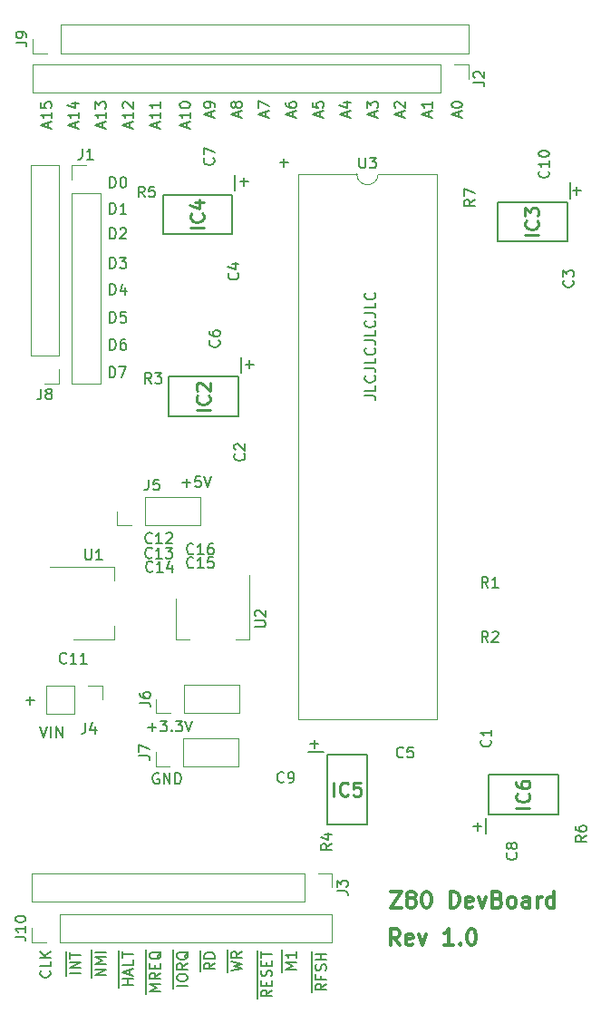
<source format=gbr>
%TF.GenerationSoftware,KiCad,Pcbnew,(5.1.6)-1*%
%TF.CreationDate,2020-09-22T22:20:25+03:00*%
%TF.ProjectId,Z80_devboard,5a38305f-6465-4766-926f-6172642e6b69,rev?*%
%TF.SameCoordinates,Original*%
%TF.FileFunction,Legend,Top*%
%TF.FilePolarity,Positive*%
%FSLAX46Y46*%
G04 Gerber Fmt 4.6, Leading zero omitted, Abs format (unit mm)*
G04 Created by KiCad (PCBNEW (5.1.6)-1) date 2020-09-22 22:20:25*
%MOMM*%
%LPD*%
G01*
G04 APERTURE LIST*
%ADD10C,0.150000*%
%ADD11C,0.300000*%
%ADD12C,0.120000*%
%ADD13C,0.200000*%
%ADD14C,0.254000*%
G04 APERTURE END LIST*
D10*
X108964480Y-88451747D02*
X109678766Y-88451747D01*
X109821623Y-88499366D01*
X109916861Y-88594604D01*
X109964480Y-88737461D01*
X109964480Y-88832700D01*
X109964480Y-87499366D02*
X109964480Y-87975557D01*
X108964480Y-87975557D01*
X109869242Y-86594604D02*
X109916861Y-86642223D01*
X109964480Y-86785080D01*
X109964480Y-86880319D01*
X109916861Y-87023176D01*
X109821623Y-87118414D01*
X109726385Y-87166033D01*
X109535909Y-87213652D01*
X109393052Y-87213652D01*
X109202576Y-87166033D01*
X109107338Y-87118414D01*
X109012100Y-87023176D01*
X108964480Y-86880319D01*
X108964480Y-86785080D01*
X109012100Y-86642223D01*
X109059719Y-86594604D01*
X108964480Y-85880319D02*
X109678766Y-85880319D01*
X109821623Y-85927938D01*
X109916861Y-86023176D01*
X109964480Y-86166033D01*
X109964480Y-86261271D01*
X109964480Y-84927938D02*
X109964480Y-85404128D01*
X108964480Y-85404128D01*
X109869242Y-84023176D02*
X109916861Y-84070795D01*
X109964480Y-84213652D01*
X109964480Y-84308890D01*
X109916861Y-84451747D01*
X109821623Y-84546985D01*
X109726385Y-84594604D01*
X109535909Y-84642223D01*
X109393052Y-84642223D01*
X109202576Y-84594604D01*
X109107338Y-84546985D01*
X109012100Y-84451747D01*
X108964480Y-84308890D01*
X108964480Y-84213652D01*
X109012100Y-84070795D01*
X109059719Y-84023176D01*
X108964480Y-83308890D02*
X109678766Y-83308890D01*
X109821623Y-83356509D01*
X109916861Y-83451747D01*
X109964480Y-83594604D01*
X109964480Y-83689842D01*
X109964480Y-82356509D02*
X109964480Y-82832700D01*
X108964480Y-82832700D01*
X109869242Y-81451747D02*
X109916861Y-81499366D01*
X109964480Y-81642223D01*
X109964480Y-81737461D01*
X109916861Y-81880319D01*
X109821623Y-81975557D01*
X109726385Y-82023176D01*
X109535909Y-82070795D01*
X109393052Y-82070795D01*
X109202576Y-82023176D01*
X109107338Y-81975557D01*
X109012100Y-81880319D01*
X108964480Y-81737461D01*
X108964480Y-81642223D01*
X109012100Y-81499366D01*
X109059719Y-81451747D01*
X108964480Y-80737461D02*
X109678766Y-80737461D01*
X109821623Y-80785080D01*
X109916861Y-80880319D01*
X109964480Y-81023176D01*
X109964480Y-81118414D01*
X109964480Y-79785080D02*
X109964480Y-80261271D01*
X108964480Y-80261271D01*
X109869242Y-78880319D02*
X109916861Y-78927938D01*
X109964480Y-79070795D01*
X109964480Y-79166033D01*
X109916861Y-79308890D01*
X109821623Y-79404128D01*
X109726385Y-79451747D01*
X109535909Y-79499366D01*
X109393052Y-79499366D01*
X109202576Y-79451747D01*
X109107338Y-79404128D01*
X109012100Y-79308890D01*
X108964480Y-79166033D01*
X108964480Y-79070795D01*
X109012100Y-78927938D01*
X109059719Y-78880319D01*
X128397047Y-69337228D02*
X129158952Y-69337228D01*
X128778000Y-69718180D02*
X128778000Y-68956276D01*
X119126047Y-128684328D02*
X119887952Y-128684328D01*
X119507000Y-129065280D02*
X119507000Y-128303376D01*
X103873347Y-120988128D02*
X104635252Y-120988128D01*
X104254300Y-121369080D02*
X104254300Y-120607176D01*
X97802747Y-85542428D02*
X98564652Y-85542428D01*
X98183700Y-85923380D02*
X98183700Y-85161476D01*
X97294747Y-68460928D02*
X98056652Y-68460928D01*
X97675700Y-68841880D02*
X97675700Y-68079976D01*
X101028547Y-66708328D02*
X101790452Y-66708328D01*
X101409500Y-67089280D02*
X101409500Y-66327376D01*
X78660761Y-119340380D02*
X78994095Y-120340380D01*
X79327428Y-119340380D01*
X79660761Y-120340380D02*
X79660761Y-119340380D01*
X80136952Y-120340380D02*
X80136952Y-119340380D01*
X80708380Y-120340380D01*
X80708380Y-119340380D01*
X91932285Y-96591428D02*
X92694190Y-96591428D01*
X92313238Y-96972380D02*
X92313238Y-96210476D01*
X93646571Y-95972380D02*
X93170380Y-95972380D01*
X93122761Y-96448571D01*
X93170380Y-96400952D01*
X93265619Y-96353333D01*
X93503714Y-96353333D01*
X93598952Y-96400952D01*
X93646571Y-96448571D01*
X93694190Y-96543809D01*
X93694190Y-96781904D01*
X93646571Y-96877142D01*
X93598952Y-96924761D01*
X93503714Y-96972380D01*
X93265619Y-96972380D01*
X93170380Y-96924761D01*
X93122761Y-96877142D01*
X93979904Y-95972380D02*
X94313238Y-96972380D01*
X94646571Y-95972380D01*
X88728800Y-119413328D02*
X89490704Y-119413328D01*
X89109752Y-119794280D02*
X89109752Y-119032376D01*
X89871657Y-118794280D02*
X90490704Y-118794280D01*
X90157371Y-119175233D01*
X90300228Y-119175233D01*
X90395466Y-119222852D01*
X90443085Y-119270471D01*
X90490704Y-119365709D01*
X90490704Y-119603804D01*
X90443085Y-119699042D01*
X90395466Y-119746661D01*
X90300228Y-119794280D01*
X90014514Y-119794280D01*
X89919276Y-119746661D01*
X89871657Y-119699042D01*
X90919276Y-119699042D02*
X90966895Y-119746661D01*
X90919276Y-119794280D01*
X90871657Y-119746661D01*
X90919276Y-119699042D01*
X90919276Y-119794280D01*
X91300228Y-118794280D02*
X91919276Y-118794280D01*
X91585942Y-119175233D01*
X91728800Y-119175233D01*
X91824038Y-119222852D01*
X91871657Y-119270471D01*
X91919276Y-119365709D01*
X91919276Y-119603804D01*
X91871657Y-119699042D01*
X91824038Y-119746661D01*
X91728800Y-119794280D01*
X91443085Y-119794280D01*
X91347847Y-119746661D01*
X91300228Y-119699042D01*
X92204990Y-118794280D02*
X92538323Y-119794280D01*
X92871657Y-118794280D01*
X89712895Y-123731400D02*
X89617657Y-123683780D01*
X89474800Y-123683780D01*
X89331942Y-123731400D01*
X89236704Y-123826638D01*
X89189085Y-123921876D01*
X89141466Y-124112352D01*
X89141466Y-124255209D01*
X89189085Y-124445685D01*
X89236704Y-124540923D01*
X89331942Y-124636161D01*
X89474800Y-124683780D01*
X89570038Y-124683780D01*
X89712895Y-124636161D01*
X89760514Y-124588542D01*
X89760514Y-124255209D01*
X89570038Y-124255209D01*
X90189085Y-124683780D02*
X90189085Y-123683780D01*
X90760514Y-124683780D01*
X90760514Y-123683780D01*
X91236704Y-124683780D02*
X91236704Y-123683780D01*
X91474800Y-123683780D01*
X91617657Y-123731400D01*
X91712895Y-123826638D01*
X91760514Y-123921876D01*
X91808133Y-124112352D01*
X91808133Y-124255209D01*
X91760514Y-124445685D01*
X91712895Y-124540923D01*
X91617657Y-124636161D01*
X91474800Y-124683780D01*
X91236704Y-124683780D01*
X79414666Y-63420476D02*
X79414666Y-62944285D01*
X79700380Y-63515714D02*
X78700380Y-63182380D01*
X79700380Y-62849047D01*
X79700380Y-61991904D02*
X79700380Y-62563333D01*
X79700380Y-62277619D02*
X78700380Y-62277619D01*
X78843238Y-62372857D01*
X78938476Y-62468095D01*
X78986095Y-62563333D01*
X78700380Y-61087142D02*
X78700380Y-61563333D01*
X79176571Y-61610952D01*
X79128952Y-61563333D01*
X79081333Y-61468095D01*
X79081333Y-61230000D01*
X79128952Y-61134761D01*
X79176571Y-61087142D01*
X79271809Y-61039523D01*
X79509904Y-61039523D01*
X79605142Y-61087142D01*
X79652761Y-61134761D01*
X79700380Y-61230000D01*
X79700380Y-61468095D01*
X79652761Y-61563333D01*
X79605142Y-61610952D01*
X81954666Y-63420476D02*
X81954666Y-62944285D01*
X82240380Y-63515714D02*
X81240380Y-63182380D01*
X82240380Y-62849047D01*
X82240380Y-61991904D02*
X82240380Y-62563333D01*
X82240380Y-62277619D02*
X81240380Y-62277619D01*
X81383238Y-62372857D01*
X81478476Y-62468095D01*
X81526095Y-62563333D01*
X81573714Y-61134761D02*
X82240380Y-61134761D01*
X81192761Y-61372857D02*
X81907047Y-61610952D01*
X81907047Y-60991904D01*
X84494666Y-63420476D02*
X84494666Y-62944285D01*
X84780380Y-63515714D02*
X83780380Y-63182380D01*
X84780380Y-62849047D01*
X84780380Y-61991904D02*
X84780380Y-62563333D01*
X84780380Y-62277619D02*
X83780380Y-62277619D01*
X83923238Y-62372857D01*
X84018476Y-62468095D01*
X84066095Y-62563333D01*
X83780380Y-61658571D02*
X83780380Y-61039523D01*
X84161333Y-61372857D01*
X84161333Y-61230000D01*
X84208952Y-61134761D01*
X84256571Y-61087142D01*
X84351809Y-61039523D01*
X84589904Y-61039523D01*
X84685142Y-61087142D01*
X84732761Y-61134761D01*
X84780380Y-61230000D01*
X84780380Y-61515714D01*
X84732761Y-61610952D01*
X84685142Y-61658571D01*
X87034666Y-63420476D02*
X87034666Y-62944285D01*
X87320380Y-63515714D02*
X86320380Y-63182380D01*
X87320380Y-62849047D01*
X87320380Y-61991904D02*
X87320380Y-62563333D01*
X87320380Y-62277619D02*
X86320380Y-62277619D01*
X86463238Y-62372857D01*
X86558476Y-62468095D01*
X86606095Y-62563333D01*
X86415619Y-61610952D02*
X86368000Y-61563333D01*
X86320380Y-61468095D01*
X86320380Y-61230000D01*
X86368000Y-61134761D01*
X86415619Y-61087142D01*
X86510857Y-61039523D01*
X86606095Y-61039523D01*
X86748952Y-61087142D01*
X87320380Y-61658571D01*
X87320380Y-61039523D01*
X89574666Y-63420476D02*
X89574666Y-62944285D01*
X89860380Y-63515714D02*
X88860380Y-63182380D01*
X89860380Y-62849047D01*
X89860380Y-61991904D02*
X89860380Y-62563333D01*
X89860380Y-62277619D02*
X88860380Y-62277619D01*
X89003238Y-62372857D01*
X89098476Y-62468095D01*
X89146095Y-62563333D01*
X89860380Y-61039523D02*
X89860380Y-61610952D01*
X89860380Y-61325238D02*
X88860380Y-61325238D01*
X89003238Y-61420476D01*
X89098476Y-61515714D01*
X89146095Y-61610952D01*
X92368666Y-63420476D02*
X92368666Y-62944285D01*
X92654380Y-63515714D02*
X91654380Y-63182380D01*
X92654380Y-62849047D01*
X92654380Y-61991904D02*
X92654380Y-62563333D01*
X92654380Y-62277619D02*
X91654380Y-62277619D01*
X91797238Y-62372857D01*
X91892476Y-62468095D01*
X91940095Y-62563333D01*
X91654380Y-61372857D02*
X91654380Y-61277619D01*
X91702000Y-61182380D01*
X91749619Y-61134761D01*
X91844857Y-61087142D01*
X92035333Y-61039523D01*
X92273428Y-61039523D01*
X92463904Y-61087142D01*
X92559142Y-61134761D01*
X92606761Y-61182380D01*
X92654380Y-61277619D01*
X92654380Y-61372857D01*
X92606761Y-61468095D01*
X92559142Y-61515714D01*
X92463904Y-61563333D01*
X92273428Y-61610952D01*
X92035333Y-61610952D01*
X91844857Y-61563333D01*
X91749619Y-61515714D01*
X91702000Y-61468095D01*
X91654380Y-61372857D01*
X94654666Y-62436285D02*
X94654666Y-61960095D01*
X94940380Y-62531523D02*
X93940380Y-62198190D01*
X94940380Y-61864857D01*
X94940380Y-61483904D02*
X94940380Y-61293428D01*
X94892761Y-61198190D01*
X94845142Y-61150571D01*
X94702285Y-61055333D01*
X94511809Y-61007714D01*
X94130857Y-61007714D01*
X94035619Y-61055333D01*
X93988000Y-61102952D01*
X93940380Y-61198190D01*
X93940380Y-61388666D01*
X93988000Y-61483904D01*
X94035619Y-61531523D01*
X94130857Y-61579142D01*
X94368952Y-61579142D01*
X94464190Y-61531523D01*
X94511809Y-61483904D01*
X94559428Y-61388666D01*
X94559428Y-61198190D01*
X94511809Y-61102952D01*
X94464190Y-61055333D01*
X94368952Y-61007714D01*
X97194666Y-62436285D02*
X97194666Y-61960095D01*
X97480380Y-62531523D02*
X96480380Y-62198190D01*
X97480380Y-61864857D01*
X96908952Y-61388666D02*
X96861333Y-61483904D01*
X96813714Y-61531523D01*
X96718476Y-61579142D01*
X96670857Y-61579142D01*
X96575619Y-61531523D01*
X96528000Y-61483904D01*
X96480380Y-61388666D01*
X96480380Y-61198190D01*
X96528000Y-61102952D01*
X96575619Y-61055333D01*
X96670857Y-61007714D01*
X96718476Y-61007714D01*
X96813714Y-61055333D01*
X96861333Y-61102952D01*
X96908952Y-61198190D01*
X96908952Y-61388666D01*
X96956571Y-61483904D01*
X97004190Y-61531523D01*
X97099428Y-61579142D01*
X97289904Y-61579142D01*
X97385142Y-61531523D01*
X97432761Y-61483904D01*
X97480380Y-61388666D01*
X97480380Y-61198190D01*
X97432761Y-61102952D01*
X97385142Y-61055333D01*
X97289904Y-61007714D01*
X97099428Y-61007714D01*
X97004190Y-61055333D01*
X96956571Y-61102952D01*
X96908952Y-61198190D01*
X99734666Y-62436285D02*
X99734666Y-61960095D01*
X100020380Y-62531523D02*
X99020380Y-62198190D01*
X100020380Y-61864857D01*
X99020380Y-61626761D02*
X99020380Y-60960095D01*
X100020380Y-61388666D01*
X102274666Y-62436285D02*
X102274666Y-61960095D01*
X102560380Y-62531523D02*
X101560380Y-62198190D01*
X102560380Y-61864857D01*
X101560380Y-61102952D02*
X101560380Y-61293428D01*
X101608000Y-61388666D01*
X101655619Y-61436285D01*
X101798476Y-61531523D01*
X101988952Y-61579142D01*
X102369904Y-61579142D01*
X102465142Y-61531523D01*
X102512761Y-61483904D01*
X102560380Y-61388666D01*
X102560380Y-61198190D01*
X102512761Y-61102952D01*
X102465142Y-61055333D01*
X102369904Y-61007714D01*
X102131809Y-61007714D01*
X102036571Y-61055333D01*
X101988952Y-61102952D01*
X101941333Y-61198190D01*
X101941333Y-61388666D01*
X101988952Y-61483904D01*
X102036571Y-61531523D01*
X102131809Y-61579142D01*
X104814666Y-62436285D02*
X104814666Y-61960095D01*
X105100380Y-62531523D02*
X104100380Y-62198190D01*
X105100380Y-61864857D01*
X104100380Y-61055333D02*
X104100380Y-61531523D01*
X104576571Y-61579142D01*
X104528952Y-61531523D01*
X104481333Y-61436285D01*
X104481333Y-61198190D01*
X104528952Y-61102952D01*
X104576571Y-61055333D01*
X104671809Y-61007714D01*
X104909904Y-61007714D01*
X105005142Y-61055333D01*
X105052761Y-61102952D01*
X105100380Y-61198190D01*
X105100380Y-61436285D01*
X105052761Y-61531523D01*
X105005142Y-61579142D01*
X107354666Y-62436285D02*
X107354666Y-61960095D01*
X107640380Y-62531523D02*
X106640380Y-62198190D01*
X107640380Y-61864857D01*
X106973714Y-61102952D02*
X107640380Y-61102952D01*
X106592761Y-61341047D02*
X107307047Y-61579142D01*
X107307047Y-60960095D01*
X109894666Y-62436285D02*
X109894666Y-61960095D01*
X110180380Y-62531523D02*
X109180380Y-62198190D01*
X110180380Y-61864857D01*
X109180380Y-61626761D02*
X109180380Y-61007714D01*
X109561333Y-61341047D01*
X109561333Y-61198190D01*
X109608952Y-61102952D01*
X109656571Y-61055333D01*
X109751809Y-61007714D01*
X109989904Y-61007714D01*
X110085142Y-61055333D01*
X110132761Y-61102952D01*
X110180380Y-61198190D01*
X110180380Y-61483904D01*
X110132761Y-61579142D01*
X110085142Y-61626761D01*
X112434666Y-62436285D02*
X112434666Y-61960095D01*
X112720380Y-62531523D02*
X111720380Y-62198190D01*
X112720380Y-61864857D01*
X111815619Y-61579142D02*
X111768000Y-61531523D01*
X111720380Y-61436285D01*
X111720380Y-61198190D01*
X111768000Y-61102952D01*
X111815619Y-61055333D01*
X111910857Y-61007714D01*
X112006095Y-61007714D01*
X112148952Y-61055333D01*
X112720380Y-61626761D01*
X112720380Y-61007714D01*
X114974666Y-62436285D02*
X114974666Y-61960095D01*
X115260380Y-62531523D02*
X114260380Y-62198190D01*
X115260380Y-61864857D01*
X115260380Y-61007714D02*
X115260380Y-61579142D01*
X115260380Y-61293428D02*
X114260380Y-61293428D01*
X114403238Y-61388666D01*
X114498476Y-61483904D01*
X114546095Y-61579142D01*
X117768666Y-62436285D02*
X117768666Y-61960095D01*
X118054380Y-62531523D02*
X117054380Y-62198190D01*
X118054380Y-61864857D01*
X117054380Y-61341047D02*
X117054380Y-61245809D01*
X117102000Y-61150571D01*
X117149619Y-61102952D01*
X117244857Y-61055333D01*
X117435333Y-61007714D01*
X117673428Y-61007714D01*
X117863904Y-61055333D01*
X117959142Y-61102952D01*
X118006761Y-61150571D01*
X118054380Y-61245809D01*
X118054380Y-61341047D01*
X118006761Y-61436285D01*
X117959142Y-61483904D01*
X117863904Y-61531523D01*
X117673428Y-61579142D01*
X117435333Y-61579142D01*
X117244857Y-61531523D01*
X117149619Y-61483904D01*
X117102000Y-61436285D01*
X117054380Y-61341047D01*
X98907000Y-144755904D02*
X98907000Y-143755904D01*
X100274380Y-143946380D02*
X99798190Y-144279714D01*
X100274380Y-144517809D02*
X99274380Y-144517809D01*
X99274380Y-144136857D01*
X99322000Y-144041619D01*
X99369619Y-143994000D01*
X99464857Y-143946380D01*
X99607714Y-143946380D01*
X99702952Y-143994000D01*
X99750571Y-144041619D01*
X99798190Y-144136857D01*
X99798190Y-144517809D01*
X98907000Y-143755904D02*
X98907000Y-142851142D01*
X99750571Y-143517809D02*
X99750571Y-143184476D01*
X100274380Y-143041619D02*
X100274380Y-143517809D01*
X99274380Y-143517809D01*
X99274380Y-143041619D01*
X98907000Y-142851142D02*
X98907000Y-141898761D01*
X100226761Y-142660666D02*
X100274380Y-142517809D01*
X100274380Y-142279714D01*
X100226761Y-142184476D01*
X100179142Y-142136857D01*
X100083904Y-142089238D01*
X99988666Y-142089238D01*
X99893428Y-142136857D01*
X99845809Y-142184476D01*
X99798190Y-142279714D01*
X99750571Y-142470190D01*
X99702952Y-142565428D01*
X99655333Y-142613047D01*
X99560095Y-142660666D01*
X99464857Y-142660666D01*
X99369619Y-142613047D01*
X99322000Y-142565428D01*
X99274380Y-142470190D01*
X99274380Y-142232095D01*
X99322000Y-142089238D01*
X98907000Y-141898761D02*
X98907000Y-140994000D01*
X99750571Y-141660666D02*
X99750571Y-141327333D01*
X100274380Y-141184476D02*
X100274380Y-141660666D01*
X99274380Y-141660666D01*
X99274380Y-141184476D01*
X98907000Y-140994000D02*
X98907000Y-140232095D01*
X99274380Y-140898761D02*
X99274380Y-140327333D01*
X100274380Y-140613047D02*
X99274380Y-140613047D01*
X103987000Y-144168571D02*
X103987000Y-143168571D01*
X105354380Y-143359047D02*
X104878190Y-143692380D01*
X105354380Y-143930476D02*
X104354380Y-143930476D01*
X104354380Y-143549523D01*
X104402000Y-143454285D01*
X104449619Y-143406666D01*
X104544857Y-143359047D01*
X104687714Y-143359047D01*
X104782952Y-143406666D01*
X104830571Y-143454285D01*
X104878190Y-143549523D01*
X104878190Y-143930476D01*
X103987000Y-143168571D02*
X103987000Y-142311428D01*
X104830571Y-142597142D02*
X104830571Y-142930476D01*
X105354380Y-142930476D02*
X104354380Y-142930476D01*
X104354380Y-142454285D01*
X103987000Y-142311428D02*
X103987000Y-141359047D01*
X105306761Y-142120952D02*
X105354380Y-141978095D01*
X105354380Y-141740000D01*
X105306761Y-141644761D01*
X105259142Y-141597142D01*
X105163904Y-141549523D01*
X105068666Y-141549523D01*
X104973428Y-141597142D01*
X104925809Y-141644761D01*
X104878190Y-141740000D01*
X104830571Y-141930476D01*
X104782952Y-142025714D01*
X104735333Y-142073333D01*
X104640095Y-142120952D01*
X104544857Y-142120952D01*
X104449619Y-142073333D01*
X104402000Y-142025714D01*
X104354380Y-141930476D01*
X104354380Y-141692380D01*
X104402000Y-141549523D01*
X103987000Y-141359047D02*
X103987000Y-140311428D01*
X105354380Y-141120952D02*
X104354380Y-141120952D01*
X104830571Y-141120952D02*
X104830571Y-140549523D01*
X105354380Y-140549523D02*
X104354380Y-140549523D01*
X93573000Y-142224000D02*
X93573000Y-141224000D01*
X94940380Y-141414476D02*
X94464190Y-141747809D01*
X94940380Y-141985904D02*
X93940380Y-141985904D01*
X93940380Y-141604952D01*
X93988000Y-141509714D01*
X94035619Y-141462095D01*
X94130857Y-141414476D01*
X94273714Y-141414476D01*
X94368952Y-141462095D01*
X94416571Y-141509714D01*
X94464190Y-141604952D01*
X94464190Y-141985904D01*
X93573000Y-141224000D02*
X93573000Y-140224000D01*
X94940380Y-140985904D02*
X93940380Y-140985904D01*
X93940380Y-140747809D01*
X93988000Y-140604952D01*
X94083238Y-140509714D01*
X94178476Y-140462095D01*
X94368952Y-140414476D01*
X94511809Y-140414476D01*
X94702285Y-140462095D01*
X94797523Y-140509714D01*
X94892761Y-140604952D01*
X94940380Y-140747809D01*
X94940380Y-140985904D01*
X88493000Y-144287619D02*
X88493000Y-143144761D01*
X89860380Y-144049523D02*
X88860380Y-144049523D01*
X89574666Y-143716190D01*
X88860380Y-143382857D01*
X89860380Y-143382857D01*
X88493000Y-143144761D02*
X88493000Y-142144761D01*
X89860380Y-142335238D02*
X89384190Y-142668571D01*
X89860380Y-142906666D02*
X88860380Y-142906666D01*
X88860380Y-142525714D01*
X88908000Y-142430476D01*
X88955619Y-142382857D01*
X89050857Y-142335238D01*
X89193714Y-142335238D01*
X89288952Y-142382857D01*
X89336571Y-142430476D01*
X89384190Y-142525714D01*
X89384190Y-142906666D01*
X88493000Y-142144761D02*
X88493000Y-141240000D01*
X89336571Y-141906666D02*
X89336571Y-141573333D01*
X89860380Y-141430476D02*
X89860380Y-141906666D01*
X88860380Y-141906666D01*
X88860380Y-141430476D01*
X88493000Y-141240000D02*
X88493000Y-140192380D01*
X89955619Y-140335238D02*
X89908000Y-140430476D01*
X89812761Y-140525714D01*
X89669904Y-140668571D01*
X89622285Y-140763809D01*
X89622285Y-140859047D01*
X89860380Y-140811428D02*
X89812761Y-140906666D01*
X89717523Y-141001904D01*
X89527047Y-141049523D01*
X89193714Y-141049523D01*
X89003238Y-141001904D01*
X88908000Y-140906666D01*
X88860380Y-140811428D01*
X88860380Y-140620952D01*
X88908000Y-140525714D01*
X89003238Y-140430476D01*
X89193714Y-140382857D01*
X89527047Y-140382857D01*
X89717523Y-140430476D01*
X89812761Y-140525714D01*
X89860380Y-140620952D01*
X89860380Y-140811428D01*
X101193000Y-142271619D02*
X101193000Y-141128761D01*
X102560380Y-142033523D02*
X101560380Y-142033523D01*
X102274666Y-141700190D01*
X101560380Y-141366857D01*
X102560380Y-141366857D01*
X101193000Y-141128761D02*
X101193000Y-140176380D01*
X102560380Y-140366857D02*
X102560380Y-140938285D01*
X102560380Y-140652571D02*
X101560380Y-140652571D01*
X101703238Y-140747809D01*
X101798476Y-140843047D01*
X101846095Y-140938285D01*
X96113000Y-142295428D02*
X96113000Y-141152571D01*
X96480380Y-142152571D02*
X97480380Y-141914476D01*
X96766095Y-141724000D01*
X97480380Y-141533523D01*
X96480380Y-141295428D01*
X96113000Y-141152571D02*
X96113000Y-140152571D01*
X97480380Y-140343047D02*
X97004190Y-140676380D01*
X97480380Y-140914476D02*
X96480380Y-140914476D01*
X96480380Y-140533523D01*
X96528000Y-140438285D01*
X96575619Y-140390666D01*
X96670857Y-140343047D01*
X96813714Y-140343047D01*
X96908952Y-140390666D01*
X96956571Y-140438285D01*
X97004190Y-140533523D01*
X97004190Y-140914476D01*
X91033000Y-143771714D02*
X91033000Y-143295523D01*
X92400380Y-143533619D02*
X91400380Y-143533619D01*
X91033000Y-143295523D02*
X91033000Y-142247904D01*
X91400380Y-142866952D02*
X91400380Y-142676476D01*
X91448000Y-142581238D01*
X91543238Y-142486000D01*
X91733714Y-142438380D01*
X92067047Y-142438380D01*
X92257523Y-142486000D01*
X92352761Y-142581238D01*
X92400380Y-142676476D01*
X92400380Y-142866952D01*
X92352761Y-142962190D01*
X92257523Y-143057428D01*
X92067047Y-143105047D01*
X91733714Y-143105047D01*
X91543238Y-143057428D01*
X91448000Y-142962190D01*
X91400380Y-142866952D01*
X91033000Y-142247904D02*
X91033000Y-141247904D01*
X92400380Y-141438380D02*
X91924190Y-141771714D01*
X92400380Y-142009809D02*
X91400380Y-142009809D01*
X91400380Y-141628857D01*
X91448000Y-141533619D01*
X91495619Y-141486000D01*
X91590857Y-141438380D01*
X91733714Y-141438380D01*
X91828952Y-141486000D01*
X91876571Y-141533619D01*
X91924190Y-141628857D01*
X91924190Y-142009809D01*
X91033000Y-141247904D02*
X91033000Y-140200285D01*
X92495619Y-140343142D02*
X92448000Y-140438380D01*
X92352761Y-140533619D01*
X92209904Y-140676476D01*
X92162285Y-140771714D01*
X92162285Y-140866952D01*
X92400380Y-140819333D02*
X92352761Y-140914571D01*
X92257523Y-141009809D01*
X92067047Y-141057428D01*
X91733714Y-141057428D01*
X91543238Y-141009809D01*
X91448000Y-140914571D01*
X91400380Y-140819333D01*
X91400380Y-140628857D01*
X91448000Y-140533619D01*
X91543238Y-140438380D01*
X91733714Y-140390761D01*
X92067047Y-140390761D01*
X92257523Y-140438380D01*
X92352761Y-140533619D01*
X92400380Y-140628857D01*
X92400380Y-140819333D01*
X85953000Y-143724095D02*
X85953000Y-142676476D01*
X87320380Y-143486000D02*
X86320380Y-143486000D01*
X86796571Y-143486000D02*
X86796571Y-142914571D01*
X87320380Y-142914571D02*
X86320380Y-142914571D01*
X85953000Y-142676476D02*
X85953000Y-141819333D01*
X87034666Y-142486000D02*
X87034666Y-142009809D01*
X87320380Y-142581238D02*
X86320380Y-142247904D01*
X87320380Y-141914571D01*
X85953000Y-141819333D02*
X85953000Y-141009809D01*
X87320380Y-141105047D02*
X87320380Y-141581238D01*
X86320380Y-141581238D01*
X85953000Y-141009809D02*
X85953000Y-140247904D01*
X86320380Y-140914571D02*
X86320380Y-140343142D01*
X87320380Y-140628857D02*
X86320380Y-140628857D01*
X83413000Y-142811333D02*
X83413000Y-141763714D01*
X84780380Y-142573238D02*
X83780380Y-142573238D01*
X84780380Y-142001809D01*
X83780380Y-142001809D01*
X83413000Y-141763714D02*
X83413000Y-140620857D01*
X84780380Y-141525619D02*
X83780380Y-141525619D01*
X84494666Y-141192285D01*
X83780380Y-140858952D01*
X84780380Y-140858952D01*
X83413000Y-140620857D02*
X83413000Y-140144666D01*
X84780380Y-140382761D02*
X83780380Y-140382761D01*
X81050800Y-142608157D02*
X81050800Y-142131966D01*
X82418180Y-142370061D02*
X81418180Y-142370061D01*
X81050800Y-142131966D02*
X81050800Y-141084347D01*
X82418180Y-141893871D02*
X81418180Y-141893871D01*
X82418180Y-141322442D01*
X81418180Y-141322442D01*
X81050800Y-141084347D02*
X81050800Y-140322442D01*
X81418180Y-140989109D02*
X81418180Y-140417680D01*
X82418180Y-140703395D02*
X81418180Y-140703395D01*
X79541642Y-142136738D02*
X79589261Y-142184357D01*
X79636880Y-142327214D01*
X79636880Y-142422452D01*
X79589261Y-142565309D01*
X79494023Y-142660547D01*
X79398785Y-142708166D01*
X79208309Y-142755785D01*
X79065452Y-142755785D01*
X78874976Y-142708166D01*
X78779738Y-142660547D01*
X78684500Y-142565309D01*
X78636880Y-142422452D01*
X78636880Y-142327214D01*
X78684500Y-142184357D01*
X78732119Y-142136738D01*
X79636880Y-141231976D02*
X79636880Y-141708166D01*
X78636880Y-141708166D01*
X79636880Y-140898642D02*
X78636880Y-140898642D01*
X79636880Y-140327214D02*
X79065452Y-140755785D01*
X78636880Y-140327214D02*
X79208309Y-140898642D01*
X77343047Y-116911428D02*
X78104952Y-116911428D01*
X77724000Y-117292380D02*
X77724000Y-116530476D01*
X85113904Y-86761580D02*
X85113904Y-85761580D01*
X85352000Y-85761580D01*
X85494857Y-85809200D01*
X85590095Y-85904438D01*
X85637714Y-85999676D01*
X85685333Y-86190152D01*
X85685333Y-86333009D01*
X85637714Y-86523485D01*
X85590095Y-86618723D01*
X85494857Y-86713961D01*
X85352000Y-86761580D01*
X85113904Y-86761580D01*
X86018666Y-85761580D02*
X86685333Y-85761580D01*
X86256761Y-86761580D01*
X85164704Y-84170780D02*
X85164704Y-83170780D01*
X85402800Y-83170780D01*
X85545657Y-83218400D01*
X85640895Y-83313638D01*
X85688514Y-83408876D01*
X85736133Y-83599352D01*
X85736133Y-83742209D01*
X85688514Y-83932685D01*
X85640895Y-84027923D01*
X85545657Y-84123161D01*
X85402800Y-84170780D01*
X85164704Y-84170780D01*
X86593276Y-83170780D02*
X86402800Y-83170780D01*
X86307561Y-83218400D01*
X86259942Y-83266019D01*
X86164704Y-83408876D01*
X86117085Y-83599352D01*
X86117085Y-83980304D01*
X86164704Y-84075542D01*
X86212323Y-84123161D01*
X86307561Y-84170780D01*
X86498038Y-84170780D01*
X86593276Y-84123161D01*
X86640895Y-84075542D01*
X86688514Y-83980304D01*
X86688514Y-83742209D01*
X86640895Y-83646971D01*
X86593276Y-83599352D01*
X86498038Y-83551733D01*
X86307561Y-83551733D01*
X86212323Y-83599352D01*
X86164704Y-83646971D01*
X86117085Y-83742209D01*
X85164704Y-81630780D02*
X85164704Y-80630780D01*
X85402800Y-80630780D01*
X85545657Y-80678400D01*
X85640895Y-80773638D01*
X85688514Y-80868876D01*
X85736133Y-81059352D01*
X85736133Y-81202209D01*
X85688514Y-81392685D01*
X85640895Y-81487923D01*
X85545657Y-81583161D01*
X85402800Y-81630780D01*
X85164704Y-81630780D01*
X86640895Y-80630780D02*
X86164704Y-80630780D01*
X86117085Y-81106971D01*
X86164704Y-81059352D01*
X86259942Y-81011733D01*
X86498038Y-81011733D01*
X86593276Y-81059352D01*
X86640895Y-81106971D01*
X86688514Y-81202209D01*
X86688514Y-81440304D01*
X86640895Y-81535542D01*
X86593276Y-81583161D01*
X86498038Y-81630780D01*
X86259942Y-81630780D01*
X86164704Y-81583161D01*
X86117085Y-81535542D01*
X85164704Y-79039980D02*
X85164704Y-78039980D01*
X85402800Y-78039980D01*
X85545657Y-78087600D01*
X85640895Y-78182838D01*
X85688514Y-78278076D01*
X85736133Y-78468552D01*
X85736133Y-78611409D01*
X85688514Y-78801885D01*
X85640895Y-78897123D01*
X85545657Y-78992361D01*
X85402800Y-79039980D01*
X85164704Y-79039980D01*
X86593276Y-78373314D02*
X86593276Y-79039980D01*
X86355180Y-77992361D02*
X86117085Y-78706647D01*
X86736133Y-78706647D01*
X85164704Y-76550780D02*
X85164704Y-75550780D01*
X85402800Y-75550780D01*
X85545657Y-75598400D01*
X85640895Y-75693638D01*
X85688514Y-75788876D01*
X85736133Y-75979352D01*
X85736133Y-76122209D01*
X85688514Y-76312685D01*
X85640895Y-76407923D01*
X85545657Y-76503161D01*
X85402800Y-76550780D01*
X85164704Y-76550780D01*
X86069466Y-75550780D02*
X86688514Y-75550780D01*
X86355180Y-75931733D01*
X86498038Y-75931733D01*
X86593276Y-75979352D01*
X86640895Y-76026971D01*
X86688514Y-76122209D01*
X86688514Y-76360304D01*
X86640895Y-76455542D01*
X86593276Y-76503161D01*
X86498038Y-76550780D01*
X86212323Y-76550780D01*
X86117085Y-76503161D01*
X86069466Y-76455542D01*
X85164704Y-73807580D02*
X85164704Y-72807580D01*
X85402800Y-72807580D01*
X85545657Y-72855200D01*
X85640895Y-72950438D01*
X85688514Y-73045676D01*
X85736133Y-73236152D01*
X85736133Y-73379009D01*
X85688514Y-73569485D01*
X85640895Y-73664723D01*
X85545657Y-73759961D01*
X85402800Y-73807580D01*
X85164704Y-73807580D01*
X86117085Y-72902819D02*
X86164704Y-72855200D01*
X86259942Y-72807580D01*
X86498038Y-72807580D01*
X86593276Y-72855200D01*
X86640895Y-72902819D01*
X86688514Y-72998057D01*
X86688514Y-73093295D01*
X86640895Y-73236152D01*
X86069466Y-73807580D01*
X86688514Y-73807580D01*
X85164704Y-71470780D02*
X85164704Y-70470780D01*
X85402800Y-70470780D01*
X85545657Y-70518400D01*
X85640895Y-70613638D01*
X85688514Y-70708876D01*
X85736133Y-70899352D01*
X85736133Y-71042209D01*
X85688514Y-71232685D01*
X85640895Y-71327923D01*
X85545657Y-71423161D01*
X85402800Y-71470780D01*
X85164704Y-71470780D01*
X86688514Y-71470780D02*
X86117085Y-71470780D01*
X86402800Y-71470780D02*
X86402800Y-70470780D01*
X86307561Y-70613638D01*
X86212323Y-70708876D01*
X86117085Y-70756495D01*
X85164704Y-69032380D02*
X85164704Y-68032380D01*
X85402800Y-68032380D01*
X85545657Y-68080000D01*
X85640895Y-68175238D01*
X85688514Y-68270476D01*
X85736133Y-68460952D01*
X85736133Y-68603809D01*
X85688514Y-68794285D01*
X85640895Y-68889523D01*
X85545657Y-68984761D01*
X85402800Y-69032380D01*
X85164704Y-69032380D01*
X86355180Y-68032380D02*
X86450419Y-68032380D01*
X86545657Y-68080000D01*
X86593276Y-68127619D01*
X86640895Y-68222857D01*
X86688514Y-68413333D01*
X86688514Y-68651428D01*
X86640895Y-68841904D01*
X86593276Y-68937142D01*
X86545657Y-68984761D01*
X86450419Y-69032380D01*
X86355180Y-69032380D01*
X86259942Y-68984761D01*
X86212323Y-68937142D01*
X86164704Y-68841904D01*
X86117085Y-68651428D01*
X86117085Y-68413333D01*
X86164704Y-68222857D01*
X86212323Y-68127619D01*
X86259942Y-68080000D01*
X86355180Y-68032380D01*
D11*
X112221557Y-139743571D02*
X111721557Y-139029285D01*
X111364414Y-139743571D02*
X111364414Y-138243571D01*
X111935842Y-138243571D01*
X112078700Y-138315000D01*
X112150128Y-138386428D01*
X112221557Y-138529285D01*
X112221557Y-138743571D01*
X112150128Y-138886428D01*
X112078700Y-138957857D01*
X111935842Y-139029285D01*
X111364414Y-139029285D01*
X113435842Y-139672142D02*
X113292985Y-139743571D01*
X113007271Y-139743571D01*
X112864414Y-139672142D01*
X112792985Y-139529285D01*
X112792985Y-138957857D01*
X112864414Y-138815000D01*
X113007271Y-138743571D01*
X113292985Y-138743571D01*
X113435842Y-138815000D01*
X113507271Y-138957857D01*
X113507271Y-139100714D01*
X112792985Y-139243571D01*
X114007271Y-138743571D02*
X114364414Y-139743571D01*
X114721557Y-138743571D01*
X117221557Y-139743571D02*
X116364414Y-139743571D01*
X116792985Y-139743571D02*
X116792985Y-138243571D01*
X116650128Y-138457857D01*
X116507271Y-138600714D01*
X116364414Y-138672142D01*
X117864414Y-139600714D02*
X117935842Y-139672142D01*
X117864414Y-139743571D01*
X117792985Y-139672142D01*
X117864414Y-139600714D01*
X117864414Y-139743571D01*
X118864414Y-138243571D02*
X119007271Y-138243571D01*
X119150128Y-138315000D01*
X119221557Y-138386428D01*
X119292985Y-138529285D01*
X119364414Y-138815000D01*
X119364414Y-139172142D01*
X119292985Y-139457857D01*
X119221557Y-139600714D01*
X119150128Y-139672142D01*
X119007271Y-139743571D01*
X118864414Y-139743571D01*
X118721557Y-139672142D01*
X118650128Y-139600714D01*
X118578700Y-139457857D01*
X118507271Y-139172142D01*
X118507271Y-138815000D01*
X118578700Y-138529285D01*
X118650128Y-138386428D01*
X118721557Y-138315000D01*
X118864414Y-138243571D01*
X111373614Y-134738371D02*
X112373614Y-134738371D01*
X111373614Y-136238371D01*
X112373614Y-136238371D01*
X113159328Y-135381228D02*
X113016471Y-135309800D01*
X112945042Y-135238371D01*
X112873614Y-135095514D01*
X112873614Y-135024085D01*
X112945042Y-134881228D01*
X113016471Y-134809800D01*
X113159328Y-134738371D01*
X113445042Y-134738371D01*
X113587900Y-134809800D01*
X113659328Y-134881228D01*
X113730757Y-135024085D01*
X113730757Y-135095514D01*
X113659328Y-135238371D01*
X113587900Y-135309800D01*
X113445042Y-135381228D01*
X113159328Y-135381228D01*
X113016471Y-135452657D01*
X112945042Y-135524085D01*
X112873614Y-135666942D01*
X112873614Y-135952657D01*
X112945042Y-136095514D01*
X113016471Y-136166942D01*
X113159328Y-136238371D01*
X113445042Y-136238371D01*
X113587900Y-136166942D01*
X113659328Y-136095514D01*
X113730757Y-135952657D01*
X113730757Y-135666942D01*
X113659328Y-135524085D01*
X113587900Y-135452657D01*
X113445042Y-135381228D01*
X114659328Y-134738371D02*
X114802185Y-134738371D01*
X114945042Y-134809800D01*
X115016471Y-134881228D01*
X115087900Y-135024085D01*
X115159328Y-135309800D01*
X115159328Y-135666942D01*
X115087900Y-135952657D01*
X115016471Y-136095514D01*
X114945042Y-136166942D01*
X114802185Y-136238371D01*
X114659328Y-136238371D01*
X114516471Y-136166942D01*
X114445042Y-136095514D01*
X114373614Y-135952657D01*
X114302185Y-135666942D01*
X114302185Y-135309800D01*
X114373614Y-135024085D01*
X114445042Y-134881228D01*
X114516471Y-134809800D01*
X114659328Y-134738371D01*
X116945042Y-136238371D02*
X116945042Y-134738371D01*
X117302185Y-134738371D01*
X117516471Y-134809800D01*
X117659328Y-134952657D01*
X117730757Y-135095514D01*
X117802185Y-135381228D01*
X117802185Y-135595514D01*
X117730757Y-135881228D01*
X117659328Y-136024085D01*
X117516471Y-136166942D01*
X117302185Y-136238371D01*
X116945042Y-136238371D01*
X119016471Y-136166942D02*
X118873614Y-136238371D01*
X118587900Y-136238371D01*
X118445042Y-136166942D01*
X118373614Y-136024085D01*
X118373614Y-135452657D01*
X118445042Y-135309800D01*
X118587900Y-135238371D01*
X118873614Y-135238371D01*
X119016471Y-135309800D01*
X119087900Y-135452657D01*
X119087900Y-135595514D01*
X118373614Y-135738371D01*
X119587900Y-135238371D02*
X119945042Y-136238371D01*
X120302185Y-135238371D01*
X121373614Y-135452657D02*
X121587900Y-135524085D01*
X121659328Y-135595514D01*
X121730757Y-135738371D01*
X121730757Y-135952657D01*
X121659328Y-136095514D01*
X121587900Y-136166942D01*
X121445042Y-136238371D01*
X120873614Y-136238371D01*
X120873614Y-134738371D01*
X121373614Y-134738371D01*
X121516471Y-134809800D01*
X121587900Y-134881228D01*
X121659328Y-135024085D01*
X121659328Y-135166942D01*
X121587900Y-135309800D01*
X121516471Y-135381228D01*
X121373614Y-135452657D01*
X120873614Y-135452657D01*
X122587900Y-136238371D02*
X122445042Y-136166942D01*
X122373614Y-136095514D01*
X122302185Y-135952657D01*
X122302185Y-135524085D01*
X122373614Y-135381228D01*
X122445042Y-135309800D01*
X122587900Y-135238371D01*
X122802185Y-135238371D01*
X122945042Y-135309800D01*
X123016471Y-135381228D01*
X123087900Y-135524085D01*
X123087900Y-135952657D01*
X123016471Y-136095514D01*
X122945042Y-136166942D01*
X122802185Y-136238371D01*
X122587900Y-136238371D01*
X124373614Y-136238371D02*
X124373614Y-135452657D01*
X124302185Y-135309800D01*
X124159328Y-135238371D01*
X123873614Y-135238371D01*
X123730757Y-135309800D01*
X124373614Y-136166942D02*
X124230757Y-136238371D01*
X123873614Y-136238371D01*
X123730757Y-136166942D01*
X123659328Y-136024085D01*
X123659328Y-135881228D01*
X123730757Y-135738371D01*
X123873614Y-135666942D01*
X124230757Y-135666942D01*
X124373614Y-135595514D01*
X125087900Y-136238371D02*
X125087900Y-135238371D01*
X125087900Y-135524085D02*
X125159328Y-135381228D01*
X125230757Y-135309800D01*
X125373614Y-135238371D01*
X125516471Y-135238371D01*
X126659328Y-136238371D02*
X126659328Y-134738371D01*
X126659328Y-136166942D02*
X126516471Y-136238371D01*
X126230757Y-136238371D01*
X126087900Y-136166942D01*
X126016471Y-136095514D01*
X125945042Y-135952657D01*
X125945042Y-135524085D01*
X126016471Y-135381228D01*
X126087900Y-135309800D01*
X126230757Y-135238371D01*
X126516471Y-135238371D01*
X126659328Y-135309800D01*
D12*
%TO.C,U3*%
X115680000Y-67758000D02*
X110220000Y-67758000D01*
X115680000Y-118678000D02*
X115680000Y-67758000D01*
X102760000Y-118678000D02*
X115680000Y-118678000D01*
X102760000Y-67758000D02*
X102760000Y-118678000D01*
X108220000Y-67758000D02*
X102760000Y-67758000D01*
X110220000Y-67758000D02*
G75*
G02*
X108220000Y-67758000I-1000000J0D01*
G01*
%TO.C,J10*%
X105914500Y-139493300D02*
X105914500Y-136833300D01*
X80454500Y-139493300D02*
X105914500Y-139493300D01*
X80454500Y-136833300D02*
X105914500Y-136833300D01*
X80454500Y-139493300D02*
X80454500Y-136833300D01*
X79184500Y-139493300D02*
X77854500Y-139493300D01*
X77854500Y-139493300D02*
X77854500Y-138163300D01*
%TO.C,J9*%
X118690700Y-56473400D02*
X118690700Y-53813400D01*
X80530700Y-56473400D02*
X118690700Y-56473400D01*
X80530700Y-53813400D02*
X118690700Y-53813400D01*
X80530700Y-56473400D02*
X80530700Y-53813400D01*
X79260700Y-56473400D02*
X77930700Y-56473400D01*
X77930700Y-56473400D02*
X77930700Y-55143400D01*
%TO.C,J8*%
X80400200Y-66907100D02*
X77740200Y-66907100D01*
X80400200Y-84747100D02*
X80400200Y-66907100D01*
X77740200Y-84747100D02*
X77740200Y-66907100D01*
X80400200Y-84747100D02*
X77740200Y-84747100D01*
X80400200Y-86017100D02*
X80400200Y-87347100D01*
X80400200Y-87347100D02*
X79070200Y-87347100D01*
%TO.C,J7*%
X97176900Y-123072200D02*
X97176900Y-120412200D01*
X92036900Y-123072200D02*
X97176900Y-123072200D01*
X92036900Y-120412200D02*
X97176900Y-120412200D01*
X92036900Y-123072200D02*
X92036900Y-120412200D01*
X90766900Y-123072200D02*
X89436900Y-123072200D01*
X89436900Y-123072200D02*
X89436900Y-121742200D01*
%TO.C,J6*%
X97215000Y-118106500D02*
X97215000Y-115446500D01*
X92075000Y-118106500D02*
X97215000Y-118106500D01*
X92075000Y-115446500D02*
X97215000Y-115446500D01*
X92075000Y-118106500D02*
X92075000Y-115446500D01*
X90805000Y-118106500D02*
X89475000Y-118106500D01*
X89475000Y-118106500D02*
X89475000Y-116776500D01*
%TO.C,J5*%
X93595500Y-100580500D02*
X93595500Y-97920500D01*
X88455500Y-100580500D02*
X93595500Y-100580500D01*
X88455500Y-97920500D02*
X93595500Y-97920500D01*
X88455500Y-100580500D02*
X88455500Y-97920500D01*
X87185500Y-100580500D02*
X85855500Y-100580500D01*
X85855500Y-100580500D02*
X85855500Y-99250500D01*
%TO.C,U2*%
X91332000Y-111193500D02*
X92592000Y-111193500D01*
X98152000Y-111193500D02*
X96892000Y-111193500D01*
X91332000Y-107433500D02*
X91332000Y-111193500D01*
X98152000Y-105183500D02*
X98152000Y-111193500D01*
%TO.C,U1*%
X85539500Y-111233000D02*
X85539500Y-109973000D01*
X85539500Y-104413000D02*
X85539500Y-105673000D01*
X81779500Y-111233000D02*
X85539500Y-111233000D01*
X79529500Y-104413000D02*
X85539500Y-104413000D01*
%TO.C,J4*%
X79251500Y-115510000D02*
X79251500Y-118170000D01*
X81851500Y-115510000D02*
X79251500Y-115510000D01*
X81851500Y-118170000D02*
X79251500Y-118170000D01*
X81851500Y-115510000D02*
X81851500Y-118170000D01*
X83121500Y-115510000D02*
X84451500Y-115510000D01*
X84451500Y-115510000D02*
X84451500Y-116840000D01*
%TO.C,J3*%
X105914500Y-133036000D02*
X105914500Y-134366000D01*
X104584500Y-133036000D02*
X105914500Y-133036000D01*
X103314500Y-133036000D02*
X103314500Y-135696000D01*
X103314500Y-135696000D02*
X77854500Y-135696000D01*
X103314500Y-133036000D02*
X77854500Y-133036000D01*
X77854500Y-133036000D02*
X77854500Y-135696000D01*
%TO.C,J2*%
X118678000Y-57534500D02*
X118678000Y-58864500D01*
X117348000Y-57534500D02*
X118678000Y-57534500D01*
X116078000Y-57534500D02*
X116078000Y-60194500D01*
X116078000Y-60194500D02*
X77918000Y-60194500D01*
X116078000Y-57534500D02*
X77918000Y-57534500D01*
X77918000Y-57534500D02*
X77918000Y-60194500D01*
%TO.C,J1*%
X81601000Y-66932500D02*
X82931000Y-66932500D01*
X81601000Y-68262500D02*
X81601000Y-66932500D01*
X81601000Y-69532500D02*
X84261000Y-69532500D01*
X84261000Y-69532500D02*
X84261000Y-87372500D01*
X81601000Y-69532500D02*
X81601000Y-87372500D01*
X81601000Y-87372500D02*
X84261000Y-87372500D01*
D13*
%TO.C,IC6*%
X120286900Y-129354200D02*
X120286900Y-127879200D01*
X127036900Y-127529200D02*
X120536900Y-127529200D01*
X127036900Y-123829200D02*
X127036900Y-127529200D01*
X120536900Y-123829200D02*
X127036900Y-123829200D01*
X120536900Y-127529200D02*
X120536900Y-123829200D01*
%TO.C,IC5*%
X103640000Y-121747400D02*
X105115000Y-121747400D01*
X105465000Y-128497400D02*
X105465000Y-121997400D01*
X109165000Y-128497400D02*
X105465000Y-128497400D01*
X109165000Y-121997400D02*
X109165000Y-128497400D01*
X105465000Y-121997400D02*
X109165000Y-121997400D01*
%TO.C,IC4*%
X96857700Y-67864100D02*
X96857700Y-69339100D01*
X90107700Y-69689100D02*
X96607700Y-69689100D01*
X90107700Y-73389100D02*
X90107700Y-69689100D01*
X96607700Y-73389100D02*
X90107700Y-73389100D01*
X96607700Y-69689100D02*
X96607700Y-73389100D01*
%TO.C,IC3*%
X128125100Y-68549900D02*
X128125100Y-70024900D01*
X121375100Y-70374900D02*
X127875100Y-70374900D01*
X121375100Y-74074900D02*
X121375100Y-70374900D01*
X127875100Y-74074900D02*
X121375100Y-74074900D01*
X127875100Y-70374900D02*
X127875100Y-74074900D01*
%TO.C,IC2*%
X97429200Y-84869400D02*
X97429200Y-86344400D01*
X90679200Y-86694400D02*
X97179200Y-86694400D01*
X90679200Y-90394400D02*
X90679200Y-86694400D01*
X97179200Y-90394400D02*
X90679200Y-90394400D01*
X97179200Y-86694400D02*
X97179200Y-90394400D01*
%TO.C,U3*%
D10*
X108458095Y-66210380D02*
X108458095Y-67019904D01*
X108505714Y-67115142D01*
X108553333Y-67162761D01*
X108648571Y-67210380D01*
X108839047Y-67210380D01*
X108934285Y-67162761D01*
X108981904Y-67115142D01*
X109029523Y-67019904D01*
X109029523Y-66210380D01*
X109410476Y-66210380D02*
X110029523Y-66210380D01*
X109696190Y-66591333D01*
X109839047Y-66591333D01*
X109934285Y-66638952D01*
X109981904Y-66686571D01*
X110029523Y-66781809D01*
X110029523Y-67019904D01*
X109981904Y-67115142D01*
X109934285Y-67162761D01*
X109839047Y-67210380D01*
X109553333Y-67210380D01*
X109458095Y-67162761D01*
X109410476Y-67115142D01*
%TO.C,J10*%
X76306880Y-138972823D02*
X77021166Y-138972823D01*
X77164023Y-139020442D01*
X77259261Y-139115680D01*
X77306880Y-139258538D01*
X77306880Y-139353776D01*
X77306880Y-137972823D02*
X77306880Y-138544252D01*
X77306880Y-138258538D02*
X76306880Y-138258538D01*
X76449738Y-138353776D01*
X76544976Y-138449014D01*
X76592595Y-138544252D01*
X76306880Y-137353776D02*
X76306880Y-137258538D01*
X76354500Y-137163300D01*
X76402119Y-137115680D01*
X76497357Y-137068061D01*
X76687833Y-137020442D01*
X76925928Y-137020442D01*
X77116404Y-137068061D01*
X77211642Y-137115680D01*
X77259261Y-137163300D01*
X77306880Y-137258538D01*
X77306880Y-137353776D01*
X77259261Y-137449014D01*
X77211642Y-137496633D01*
X77116404Y-137544252D01*
X76925928Y-137591871D01*
X76687833Y-137591871D01*
X76497357Y-137544252D01*
X76402119Y-137496633D01*
X76354500Y-137449014D01*
X76306880Y-137353776D01*
%TO.C,J9*%
X76383080Y-55476733D02*
X77097366Y-55476733D01*
X77240223Y-55524352D01*
X77335461Y-55619590D01*
X77383080Y-55762447D01*
X77383080Y-55857685D01*
X77383080Y-54952923D02*
X77383080Y-54762447D01*
X77335461Y-54667209D01*
X77287842Y-54619590D01*
X77144985Y-54524352D01*
X76954509Y-54476733D01*
X76573557Y-54476733D01*
X76478319Y-54524352D01*
X76430700Y-54571971D01*
X76383080Y-54667209D01*
X76383080Y-54857685D01*
X76430700Y-54952923D01*
X76478319Y-55000542D01*
X76573557Y-55048161D01*
X76811652Y-55048161D01*
X76906890Y-55000542D01*
X76954509Y-54952923D01*
X77002128Y-54857685D01*
X77002128Y-54667209D01*
X76954509Y-54571971D01*
X76906890Y-54524352D01*
X76811652Y-54476733D01*
%TO.C,J8*%
X78736866Y-87799480D02*
X78736866Y-88513766D01*
X78689247Y-88656623D01*
X78594009Y-88751861D01*
X78451152Y-88799480D01*
X78355914Y-88799480D01*
X79355914Y-88228052D02*
X79260676Y-88180433D01*
X79213057Y-88132814D01*
X79165438Y-88037576D01*
X79165438Y-87989957D01*
X79213057Y-87894719D01*
X79260676Y-87847100D01*
X79355914Y-87799480D01*
X79546390Y-87799480D01*
X79641628Y-87847100D01*
X79689247Y-87894719D01*
X79736866Y-87989957D01*
X79736866Y-88037576D01*
X79689247Y-88132814D01*
X79641628Y-88180433D01*
X79546390Y-88228052D01*
X79355914Y-88228052D01*
X79260676Y-88275671D01*
X79213057Y-88323290D01*
X79165438Y-88418528D01*
X79165438Y-88609004D01*
X79213057Y-88704242D01*
X79260676Y-88751861D01*
X79355914Y-88799480D01*
X79546390Y-88799480D01*
X79641628Y-88751861D01*
X79689247Y-88704242D01*
X79736866Y-88609004D01*
X79736866Y-88418528D01*
X79689247Y-88323290D01*
X79641628Y-88275671D01*
X79546390Y-88228052D01*
%TO.C,R7*%
X119260880Y-70156366D02*
X118784690Y-70489700D01*
X119260880Y-70727795D02*
X118260880Y-70727795D01*
X118260880Y-70346842D01*
X118308500Y-70251604D01*
X118356119Y-70203985D01*
X118451357Y-70156366D01*
X118594214Y-70156366D01*
X118689452Y-70203985D01*
X118737071Y-70251604D01*
X118784690Y-70346842D01*
X118784690Y-70727795D01*
X118260880Y-69823033D02*
X118260880Y-69156366D01*
X119260880Y-69584938D01*
%TO.C,R6*%
X129651080Y-129528866D02*
X129174890Y-129862200D01*
X129651080Y-130100295D02*
X128651080Y-130100295D01*
X128651080Y-129719342D01*
X128698700Y-129624104D01*
X128746319Y-129576485D01*
X128841557Y-129528866D01*
X128984414Y-129528866D01*
X129079652Y-129576485D01*
X129127271Y-129624104D01*
X129174890Y-129719342D01*
X129174890Y-130100295D01*
X128651080Y-128671723D02*
X128651080Y-128862200D01*
X128698700Y-128957438D01*
X128746319Y-129005057D01*
X128889176Y-129100295D01*
X129079652Y-129147914D01*
X129460604Y-129147914D01*
X129555842Y-129100295D01*
X129603461Y-129052676D01*
X129651080Y-128957438D01*
X129651080Y-128766961D01*
X129603461Y-128671723D01*
X129555842Y-128624104D01*
X129460604Y-128576485D01*
X129222509Y-128576485D01*
X129127271Y-128624104D01*
X129079652Y-128671723D01*
X129032033Y-128766961D01*
X129032033Y-128957438D01*
X129079652Y-129052676D01*
X129127271Y-129100295D01*
X129222509Y-129147914D01*
%TO.C,R5*%
X88405533Y-69922980D02*
X88072200Y-69446790D01*
X87834104Y-69922980D02*
X87834104Y-68922980D01*
X88215057Y-68922980D01*
X88310295Y-68970600D01*
X88357914Y-69018219D01*
X88405533Y-69113457D01*
X88405533Y-69256314D01*
X88357914Y-69351552D01*
X88310295Y-69399171D01*
X88215057Y-69446790D01*
X87834104Y-69446790D01*
X89310295Y-68922980D02*
X88834104Y-68922980D01*
X88786485Y-69399171D01*
X88834104Y-69351552D01*
X88929342Y-69303933D01*
X89167438Y-69303933D01*
X89262676Y-69351552D01*
X89310295Y-69399171D01*
X89357914Y-69494409D01*
X89357914Y-69732504D01*
X89310295Y-69827742D01*
X89262676Y-69875361D01*
X89167438Y-69922980D01*
X88929342Y-69922980D01*
X88834104Y-69875361D01*
X88786485Y-69827742D01*
%TO.C,R4*%
X105889380Y-130263066D02*
X105413190Y-130596400D01*
X105889380Y-130834495D02*
X104889380Y-130834495D01*
X104889380Y-130453542D01*
X104937000Y-130358304D01*
X104984619Y-130310685D01*
X105079857Y-130263066D01*
X105222714Y-130263066D01*
X105317952Y-130310685D01*
X105365571Y-130358304D01*
X105413190Y-130453542D01*
X105413190Y-130834495D01*
X105222714Y-129405923D02*
X105889380Y-129405923D01*
X104841761Y-129644019D02*
X105556047Y-129882114D01*
X105556047Y-129263066D01*
%TO.C,J7*%
X87889280Y-122075533D02*
X88603566Y-122075533D01*
X88746423Y-122123152D01*
X88841661Y-122218390D01*
X88889280Y-122361247D01*
X88889280Y-122456485D01*
X87889280Y-121694580D02*
X87889280Y-121027914D01*
X88889280Y-121456485D01*
%TO.C,J6*%
X87927380Y-117109833D02*
X88641666Y-117109833D01*
X88784523Y-117157452D01*
X88879761Y-117252690D01*
X88927380Y-117395547D01*
X88927380Y-117490785D01*
X87927380Y-116205071D02*
X87927380Y-116395547D01*
X87975000Y-116490785D01*
X88022619Y-116538404D01*
X88165476Y-116633642D01*
X88355952Y-116681261D01*
X88736904Y-116681261D01*
X88832142Y-116633642D01*
X88879761Y-116586023D01*
X88927380Y-116490785D01*
X88927380Y-116300309D01*
X88879761Y-116205071D01*
X88832142Y-116157452D01*
X88736904Y-116109833D01*
X88498809Y-116109833D01*
X88403571Y-116157452D01*
X88355952Y-116205071D01*
X88308333Y-116300309D01*
X88308333Y-116490785D01*
X88355952Y-116586023D01*
X88403571Y-116633642D01*
X88498809Y-116681261D01*
%TO.C,J5*%
X88769866Y-96277180D02*
X88769866Y-96991466D01*
X88722247Y-97134323D01*
X88627009Y-97229561D01*
X88484152Y-97277180D01*
X88388914Y-97277180D01*
X89722247Y-96277180D02*
X89246057Y-96277180D01*
X89198438Y-96753371D01*
X89246057Y-96705752D01*
X89341295Y-96658133D01*
X89579390Y-96658133D01*
X89674628Y-96705752D01*
X89722247Y-96753371D01*
X89769866Y-96848609D01*
X89769866Y-97086704D01*
X89722247Y-97181942D01*
X89674628Y-97229561D01*
X89579390Y-97277180D01*
X89341295Y-97277180D01*
X89246057Y-97229561D01*
X89198438Y-97181942D01*
%TO.C,U2*%
X98694380Y-110045404D02*
X99503904Y-110045404D01*
X99599142Y-109997785D01*
X99646761Y-109950166D01*
X99694380Y-109854928D01*
X99694380Y-109664452D01*
X99646761Y-109569214D01*
X99599142Y-109521595D01*
X99503904Y-109473976D01*
X98694380Y-109473976D01*
X98789619Y-109045404D02*
X98742000Y-108997785D01*
X98694380Y-108902547D01*
X98694380Y-108664452D01*
X98742000Y-108569214D01*
X98789619Y-108521595D01*
X98884857Y-108473976D01*
X98980095Y-108473976D01*
X99122952Y-108521595D01*
X99694380Y-109093023D01*
X99694380Y-108473976D01*
%TO.C,U1*%
X82867595Y-102775380D02*
X82867595Y-103584904D01*
X82915214Y-103680142D01*
X82962833Y-103727761D01*
X83058071Y-103775380D01*
X83248547Y-103775380D01*
X83343785Y-103727761D01*
X83391404Y-103680142D01*
X83439023Y-103584904D01*
X83439023Y-102775380D01*
X84439023Y-103775380D02*
X83867595Y-103775380D01*
X84153309Y-103775380D02*
X84153309Y-102775380D01*
X84058071Y-102918238D01*
X83962833Y-103013476D01*
X83867595Y-103061095D01*
%TO.C,J4*%
X82877066Y-118984780D02*
X82877066Y-119699066D01*
X82829447Y-119841923D01*
X82734209Y-119937161D01*
X82591352Y-119984780D01*
X82496114Y-119984780D01*
X83781828Y-119318114D02*
X83781828Y-119984780D01*
X83543733Y-118937161D02*
X83305638Y-119651447D01*
X83924685Y-119651447D01*
%TO.C,C16*%
X92956142Y-103163642D02*
X92908523Y-103211261D01*
X92765666Y-103258880D01*
X92670428Y-103258880D01*
X92527571Y-103211261D01*
X92432333Y-103116023D01*
X92384714Y-103020785D01*
X92337095Y-102830309D01*
X92337095Y-102687452D01*
X92384714Y-102496976D01*
X92432333Y-102401738D01*
X92527571Y-102306500D01*
X92670428Y-102258880D01*
X92765666Y-102258880D01*
X92908523Y-102306500D01*
X92956142Y-102354119D01*
X93908523Y-103258880D02*
X93337095Y-103258880D01*
X93622809Y-103258880D02*
X93622809Y-102258880D01*
X93527571Y-102401738D01*
X93432333Y-102496976D01*
X93337095Y-102544595D01*
X94765666Y-102258880D02*
X94575190Y-102258880D01*
X94479952Y-102306500D01*
X94432333Y-102354119D01*
X94337095Y-102496976D01*
X94289476Y-102687452D01*
X94289476Y-103068404D01*
X94337095Y-103163642D01*
X94384714Y-103211261D01*
X94479952Y-103258880D01*
X94670428Y-103258880D01*
X94765666Y-103211261D01*
X94813285Y-103163642D01*
X94860904Y-103068404D01*
X94860904Y-102830309D01*
X94813285Y-102735071D01*
X94765666Y-102687452D01*
X94670428Y-102639833D01*
X94479952Y-102639833D01*
X94384714Y-102687452D01*
X94337095Y-102735071D01*
X94289476Y-102830309D01*
%TO.C,C15*%
X92956142Y-104433642D02*
X92908523Y-104481261D01*
X92765666Y-104528880D01*
X92670428Y-104528880D01*
X92527571Y-104481261D01*
X92432333Y-104386023D01*
X92384714Y-104290785D01*
X92337095Y-104100309D01*
X92337095Y-103957452D01*
X92384714Y-103766976D01*
X92432333Y-103671738D01*
X92527571Y-103576500D01*
X92670428Y-103528880D01*
X92765666Y-103528880D01*
X92908523Y-103576500D01*
X92956142Y-103624119D01*
X93908523Y-104528880D02*
X93337095Y-104528880D01*
X93622809Y-104528880D02*
X93622809Y-103528880D01*
X93527571Y-103671738D01*
X93432333Y-103766976D01*
X93337095Y-103814595D01*
X94813285Y-103528880D02*
X94337095Y-103528880D01*
X94289476Y-104005071D01*
X94337095Y-103957452D01*
X94432333Y-103909833D01*
X94670428Y-103909833D01*
X94765666Y-103957452D01*
X94813285Y-104005071D01*
X94860904Y-104100309D01*
X94860904Y-104338404D01*
X94813285Y-104433642D01*
X94765666Y-104481261D01*
X94670428Y-104528880D01*
X94432333Y-104528880D01*
X94337095Y-104481261D01*
X94289476Y-104433642D01*
%TO.C,C14*%
X89146142Y-104814642D02*
X89098523Y-104862261D01*
X88955666Y-104909880D01*
X88860428Y-104909880D01*
X88717571Y-104862261D01*
X88622333Y-104767023D01*
X88574714Y-104671785D01*
X88527095Y-104481309D01*
X88527095Y-104338452D01*
X88574714Y-104147976D01*
X88622333Y-104052738D01*
X88717571Y-103957500D01*
X88860428Y-103909880D01*
X88955666Y-103909880D01*
X89098523Y-103957500D01*
X89146142Y-104005119D01*
X90098523Y-104909880D02*
X89527095Y-104909880D01*
X89812809Y-104909880D02*
X89812809Y-103909880D01*
X89717571Y-104052738D01*
X89622333Y-104147976D01*
X89527095Y-104195595D01*
X90955666Y-104243214D02*
X90955666Y-104909880D01*
X90717571Y-103862261D02*
X90479476Y-104576547D01*
X91098523Y-104576547D01*
%TO.C,C13*%
X89082642Y-103544642D02*
X89035023Y-103592261D01*
X88892166Y-103639880D01*
X88796928Y-103639880D01*
X88654071Y-103592261D01*
X88558833Y-103497023D01*
X88511214Y-103401785D01*
X88463595Y-103211309D01*
X88463595Y-103068452D01*
X88511214Y-102877976D01*
X88558833Y-102782738D01*
X88654071Y-102687500D01*
X88796928Y-102639880D01*
X88892166Y-102639880D01*
X89035023Y-102687500D01*
X89082642Y-102735119D01*
X90035023Y-103639880D02*
X89463595Y-103639880D01*
X89749309Y-103639880D02*
X89749309Y-102639880D01*
X89654071Y-102782738D01*
X89558833Y-102877976D01*
X89463595Y-102925595D01*
X90368357Y-102639880D02*
X90987404Y-102639880D01*
X90654071Y-103020833D01*
X90796928Y-103020833D01*
X90892166Y-103068452D01*
X90939785Y-103116071D01*
X90987404Y-103211309D01*
X90987404Y-103449404D01*
X90939785Y-103544642D01*
X90892166Y-103592261D01*
X90796928Y-103639880D01*
X90511214Y-103639880D01*
X90415976Y-103592261D01*
X90368357Y-103544642D01*
%TO.C,C12*%
X89082642Y-102147642D02*
X89035023Y-102195261D01*
X88892166Y-102242880D01*
X88796928Y-102242880D01*
X88654071Y-102195261D01*
X88558833Y-102100023D01*
X88511214Y-102004785D01*
X88463595Y-101814309D01*
X88463595Y-101671452D01*
X88511214Y-101480976D01*
X88558833Y-101385738D01*
X88654071Y-101290500D01*
X88796928Y-101242880D01*
X88892166Y-101242880D01*
X89035023Y-101290500D01*
X89082642Y-101338119D01*
X90035023Y-102242880D02*
X89463595Y-102242880D01*
X89749309Y-102242880D02*
X89749309Y-101242880D01*
X89654071Y-101385738D01*
X89558833Y-101480976D01*
X89463595Y-101528595D01*
X90415976Y-101338119D02*
X90463595Y-101290500D01*
X90558833Y-101242880D01*
X90796928Y-101242880D01*
X90892166Y-101290500D01*
X90939785Y-101338119D01*
X90987404Y-101433357D01*
X90987404Y-101528595D01*
X90939785Y-101671452D01*
X90368357Y-102242880D01*
X90987404Y-102242880D01*
%TO.C,C11*%
X81081642Y-113360142D02*
X81034023Y-113407761D01*
X80891166Y-113455380D01*
X80795928Y-113455380D01*
X80653071Y-113407761D01*
X80557833Y-113312523D01*
X80510214Y-113217285D01*
X80462595Y-113026809D01*
X80462595Y-112883952D01*
X80510214Y-112693476D01*
X80557833Y-112598238D01*
X80653071Y-112503000D01*
X80795928Y-112455380D01*
X80891166Y-112455380D01*
X81034023Y-112503000D01*
X81081642Y-112550619D01*
X82034023Y-113455380D02*
X81462595Y-113455380D01*
X81748309Y-113455380D02*
X81748309Y-112455380D01*
X81653071Y-112598238D01*
X81557833Y-112693476D01*
X81462595Y-112741095D01*
X82986404Y-113455380D02*
X82414976Y-113455380D01*
X82700690Y-113455380D02*
X82700690Y-112455380D01*
X82605452Y-112598238D01*
X82510214Y-112693476D01*
X82414976Y-112741095D01*
%TO.C,J3*%
X106366880Y-134699333D02*
X107081166Y-134699333D01*
X107224023Y-134746952D01*
X107319261Y-134842190D01*
X107366880Y-134985047D01*
X107366880Y-135080285D01*
X106366880Y-134318380D02*
X106366880Y-133699333D01*
X106747833Y-134032666D01*
X106747833Y-133889809D01*
X106795452Y-133794571D01*
X106843071Y-133746952D01*
X106938309Y-133699333D01*
X107176404Y-133699333D01*
X107271642Y-133746952D01*
X107319261Y-133794571D01*
X107366880Y-133889809D01*
X107366880Y-134175523D01*
X107319261Y-134270761D01*
X107271642Y-134318380D01*
%TO.C,J2*%
X119130380Y-59197833D02*
X119844666Y-59197833D01*
X119987523Y-59245452D01*
X120082761Y-59340690D01*
X120130380Y-59483547D01*
X120130380Y-59578785D01*
X119225619Y-58769261D02*
X119178000Y-58721642D01*
X119130380Y-58626404D01*
X119130380Y-58388309D01*
X119178000Y-58293071D01*
X119225619Y-58245452D01*
X119320857Y-58197833D01*
X119416095Y-58197833D01*
X119558952Y-58245452D01*
X120130380Y-58816880D01*
X120130380Y-58197833D01*
%TO.C,J1*%
X82597666Y-65384880D02*
X82597666Y-66099166D01*
X82550047Y-66242023D01*
X82454809Y-66337261D01*
X82311952Y-66384880D01*
X82216714Y-66384880D01*
X83597666Y-66384880D02*
X83026238Y-66384880D01*
X83311952Y-66384880D02*
X83311952Y-65384880D01*
X83216714Y-65527738D01*
X83121476Y-65622976D01*
X83026238Y-65670595D01*
%TO.C,R3*%
X89023033Y-87309280D02*
X88689700Y-86833090D01*
X88451604Y-87309280D02*
X88451604Y-86309280D01*
X88832557Y-86309280D01*
X88927795Y-86356900D01*
X88975414Y-86404519D01*
X89023033Y-86499757D01*
X89023033Y-86642614D01*
X88975414Y-86737852D01*
X88927795Y-86785471D01*
X88832557Y-86833090D01*
X88451604Y-86833090D01*
X89356366Y-86309280D02*
X89975414Y-86309280D01*
X89642080Y-86690233D01*
X89784938Y-86690233D01*
X89880176Y-86737852D01*
X89927795Y-86785471D01*
X89975414Y-86880709D01*
X89975414Y-87118804D01*
X89927795Y-87214042D01*
X89880176Y-87261661D01*
X89784938Y-87309280D01*
X89499223Y-87309280D01*
X89403985Y-87261661D01*
X89356366Y-87214042D01*
%TO.C,R2*%
X120483333Y-111450380D02*
X120150000Y-110974190D01*
X119911904Y-111450380D02*
X119911904Y-110450380D01*
X120292857Y-110450380D01*
X120388095Y-110498000D01*
X120435714Y-110545619D01*
X120483333Y-110640857D01*
X120483333Y-110783714D01*
X120435714Y-110878952D01*
X120388095Y-110926571D01*
X120292857Y-110974190D01*
X119911904Y-110974190D01*
X120864285Y-110545619D02*
X120911904Y-110498000D01*
X121007142Y-110450380D01*
X121245238Y-110450380D01*
X121340476Y-110498000D01*
X121388095Y-110545619D01*
X121435714Y-110640857D01*
X121435714Y-110736095D01*
X121388095Y-110878952D01*
X120816666Y-111450380D01*
X121435714Y-111450380D01*
%TO.C,R1*%
X120483333Y-106370380D02*
X120150000Y-105894190D01*
X119911904Y-106370380D02*
X119911904Y-105370380D01*
X120292857Y-105370380D01*
X120388095Y-105418000D01*
X120435714Y-105465619D01*
X120483333Y-105560857D01*
X120483333Y-105703714D01*
X120435714Y-105798952D01*
X120388095Y-105846571D01*
X120292857Y-105894190D01*
X119911904Y-105894190D01*
X121435714Y-106370380D02*
X120864285Y-106370380D01*
X121150000Y-106370380D02*
X121150000Y-105370380D01*
X121054761Y-105513238D01*
X120959523Y-105608476D01*
X120864285Y-105656095D01*
%TO.C,IC6*%
D14*
X124361423Y-126918961D02*
X123091423Y-126918961D01*
X124240471Y-125588485D02*
X124300947Y-125648961D01*
X124361423Y-125830390D01*
X124361423Y-125951342D01*
X124300947Y-126132771D01*
X124179995Y-126253723D01*
X124059042Y-126314200D01*
X123817138Y-126374676D01*
X123635709Y-126374676D01*
X123393804Y-126314200D01*
X123272852Y-126253723D01*
X123151900Y-126132771D01*
X123091423Y-125951342D01*
X123091423Y-125830390D01*
X123151900Y-125648961D01*
X123212376Y-125588485D01*
X123091423Y-124499914D02*
X123091423Y-124741819D01*
X123151900Y-124862771D01*
X123212376Y-124923247D01*
X123393804Y-125044200D01*
X123635709Y-125104676D01*
X124119519Y-125104676D01*
X124240471Y-125044200D01*
X124300947Y-124983723D01*
X124361423Y-124862771D01*
X124361423Y-124620866D01*
X124300947Y-124499914D01*
X124240471Y-124439438D01*
X124119519Y-124378961D01*
X123817138Y-124378961D01*
X123696185Y-124439438D01*
X123635709Y-124499914D01*
X123575233Y-124620866D01*
X123575233Y-124862771D01*
X123635709Y-124983723D01*
X123696185Y-125044200D01*
X123817138Y-125104676D01*
%TO.C,IC5*%
X106075238Y-125821923D02*
X106075238Y-124551923D01*
X107405714Y-125700971D02*
X107345238Y-125761447D01*
X107163809Y-125821923D01*
X107042857Y-125821923D01*
X106861428Y-125761447D01*
X106740476Y-125640495D01*
X106680000Y-125519542D01*
X106619523Y-125277638D01*
X106619523Y-125096209D01*
X106680000Y-124854304D01*
X106740476Y-124733352D01*
X106861428Y-124612400D01*
X107042857Y-124551923D01*
X107163809Y-124551923D01*
X107345238Y-124612400D01*
X107405714Y-124672876D01*
X108554761Y-124551923D02*
X107950000Y-124551923D01*
X107889523Y-125156685D01*
X107950000Y-125096209D01*
X108070952Y-125035733D01*
X108373333Y-125035733D01*
X108494285Y-125096209D01*
X108554761Y-125156685D01*
X108615238Y-125277638D01*
X108615238Y-125580019D01*
X108554761Y-125700971D01*
X108494285Y-125761447D01*
X108373333Y-125821923D01*
X108070952Y-125821923D01*
X107950000Y-125761447D01*
X107889523Y-125700971D01*
%TO.C,IC4*%
X93932223Y-72778861D02*
X92662223Y-72778861D01*
X93811271Y-71448385D02*
X93871747Y-71508861D01*
X93932223Y-71690290D01*
X93932223Y-71811242D01*
X93871747Y-71992671D01*
X93750795Y-72113623D01*
X93629842Y-72174100D01*
X93387938Y-72234576D01*
X93206509Y-72234576D01*
X92964604Y-72174100D01*
X92843652Y-72113623D01*
X92722700Y-71992671D01*
X92662223Y-71811242D01*
X92662223Y-71690290D01*
X92722700Y-71508861D01*
X92783176Y-71448385D01*
X93085557Y-70359814D02*
X93932223Y-70359814D01*
X92601747Y-70662195D02*
X93508890Y-70964576D01*
X93508890Y-70178385D01*
%TO.C,IC3*%
X125199623Y-73464661D02*
X123929623Y-73464661D01*
X125078671Y-72134185D02*
X125139147Y-72194661D01*
X125199623Y-72376090D01*
X125199623Y-72497042D01*
X125139147Y-72678471D01*
X125018195Y-72799423D01*
X124897242Y-72859900D01*
X124655338Y-72920376D01*
X124473909Y-72920376D01*
X124232004Y-72859900D01*
X124111052Y-72799423D01*
X123990100Y-72678471D01*
X123929623Y-72497042D01*
X123929623Y-72376090D01*
X123990100Y-72194661D01*
X124050576Y-72134185D01*
X123929623Y-71710852D02*
X123929623Y-70924661D01*
X124413433Y-71347995D01*
X124413433Y-71166566D01*
X124473909Y-71045614D01*
X124534385Y-70985138D01*
X124655338Y-70924661D01*
X124957719Y-70924661D01*
X125078671Y-70985138D01*
X125139147Y-71045614D01*
X125199623Y-71166566D01*
X125199623Y-71529423D01*
X125139147Y-71650376D01*
X125078671Y-71710852D01*
%TO.C,IC2*%
X94503723Y-89784161D02*
X93233723Y-89784161D01*
X94382771Y-88453685D02*
X94443247Y-88514161D01*
X94503723Y-88695590D01*
X94503723Y-88816542D01*
X94443247Y-88997971D01*
X94322295Y-89118923D01*
X94201342Y-89179400D01*
X93959438Y-89239876D01*
X93778009Y-89239876D01*
X93536104Y-89179400D01*
X93415152Y-89118923D01*
X93294200Y-88997971D01*
X93233723Y-88816542D01*
X93233723Y-88695590D01*
X93294200Y-88514161D01*
X93354676Y-88453685D01*
X93354676Y-87969876D02*
X93294200Y-87909400D01*
X93233723Y-87788447D01*
X93233723Y-87486066D01*
X93294200Y-87365114D01*
X93354676Y-87304638D01*
X93475628Y-87244161D01*
X93596580Y-87244161D01*
X93778009Y-87304638D01*
X94503723Y-88030352D01*
X94503723Y-87244161D01*
%TO.C,C10*%
D10*
X126098242Y-67493257D02*
X126145861Y-67540876D01*
X126193480Y-67683733D01*
X126193480Y-67778971D01*
X126145861Y-67921828D01*
X126050623Y-68017066D01*
X125955385Y-68064685D01*
X125764909Y-68112304D01*
X125622052Y-68112304D01*
X125431576Y-68064685D01*
X125336338Y-68017066D01*
X125241100Y-67921828D01*
X125193480Y-67778971D01*
X125193480Y-67683733D01*
X125241100Y-67540876D01*
X125288719Y-67493257D01*
X126193480Y-66540876D02*
X126193480Y-67112304D01*
X126193480Y-66826590D02*
X125193480Y-66826590D01*
X125336338Y-66921828D01*
X125431576Y-67017066D01*
X125479195Y-67112304D01*
X125193480Y-65921828D02*
X125193480Y-65826590D01*
X125241100Y-65731352D01*
X125288719Y-65683733D01*
X125383957Y-65636114D01*
X125574433Y-65588495D01*
X125812528Y-65588495D01*
X126003004Y-65636114D01*
X126098242Y-65683733D01*
X126145861Y-65731352D01*
X126193480Y-65826590D01*
X126193480Y-65921828D01*
X126145861Y-66017066D01*
X126098242Y-66064685D01*
X126003004Y-66112304D01*
X125812528Y-66159923D01*
X125574433Y-66159923D01*
X125383957Y-66112304D01*
X125288719Y-66064685D01*
X125241100Y-66017066D01*
X125193480Y-65921828D01*
%TO.C,C9*%
X101410333Y-124488542D02*
X101362714Y-124536161D01*
X101219857Y-124583780D01*
X101124619Y-124583780D01*
X100981761Y-124536161D01*
X100886523Y-124440923D01*
X100838904Y-124345685D01*
X100791285Y-124155209D01*
X100791285Y-124012352D01*
X100838904Y-123821876D01*
X100886523Y-123726638D01*
X100981761Y-123631400D01*
X101124619Y-123583780D01*
X101219857Y-123583780D01*
X101362714Y-123631400D01*
X101410333Y-123679019D01*
X101886523Y-124583780D02*
X102077000Y-124583780D01*
X102172238Y-124536161D01*
X102219857Y-124488542D01*
X102315095Y-124345685D01*
X102362714Y-124155209D01*
X102362714Y-123774257D01*
X102315095Y-123679019D01*
X102267476Y-123631400D01*
X102172238Y-123583780D01*
X101981761Y-123583780D01*
X101886523Y-123631400D01*
X101838904Y-123679019D01*
X101791285Y-123774257D01*
X101791285Y-124012352D01*
X101838904Y-124107590D01*
X101886523Y-124155209D01*
X101981761Y-124202828D01*
X102172238Y-124202828D01*
X102267476Y-124155209D01*
X102315095Y-124107590D01*
X102362714Y-124012352D01*
%TO.C,C8*%
X123091542Y-131139366D02*
X123139161Y-131186985D01*
X123186780Y-131329842D01*
X123186780Y-131425080D01*
X123139161Y-131567938D01*
X123043923Y-131663176D01*
X122948685Y-131710795D01*
X122758209Y-131758414D01*
X122615352Y-131758414D01*
X122424876Y-131710795D01*
X122329638Y-131663176D01*
X122234400Y-131567938D01*
X122186780Y-131425080D01*
X122186780Y-131329842D01*
X122234400Y-131186985D01*
X122282019Y-131139366D01*
X122615352Y-130567938D02*
X122567733Y-130663176D01*
X122520114Y-130710795D01*
X122424876Y-130758414D01*
X122377257Y-130758414D01*
X122282019Y-130710795D01*
X122234400Y-130663176D01*
X122186780Y-130567938D01*
X122186780Y-130377461D01*
X122234400Y-130282223D01*
X122282019Y-130234604D01*
X122377257Y-130186985D01*
X122424876Y-130186985D01*
X122520114Y-130234604D01*
X122567733Y-130282223D01*
X122615352Y-130377461D01*
X122615352Y-130567938D01*
X122662971Y-130663176D01*
X122710590Y-130710795D01*
X122805828Y-130758414D01*
X122996304Y-130758414D01*
X123091542Y-130710795D01*
X123139161Y-130663176D01*
X123186780Y-130567938D01*
X123186780Y-130377461D01*
X123139161Y-130282223D01*
X123091542Y-130234604D01*
X122996304Y-130186985D01*
X122805828Y-130186985D01*
X122710590Y-130234604D01*
X122662971Y-130282223D01*
X122615352Y-130377461D01*
%TO.C,C7*%
X94830842Y-66285266D02*
X94878461Y-66332885D01*
X94926080Y-66475742D01*
X94926080Y-66570980D01*
X94878461Y-66713838D01*
X94783223Y-66809076D01*
X94687985Y-66856695D01*
X94497509Y-66904314D01*
X94354652Y-66904314D01*
X94164176Y-66856695D01*
X94068938Y-66809076D01*
X93973700Y-66713838D01*
X93926080Y-66570980D01*
X93926080Y-66475742D01*
X93973700Y-66332885D01*
X94021319Y-66285266D01*
X93926080Y-65951933D02*
X93926080Y-65285266D01*
X94926080Y-65713838D01*
%TO.C,C6*%
X95338842Y-83290566D02*
X95386461Y-83338185D01*
X95434080Y-83481042D01*
X95434080Y-83576280D01*
X95386461Y-83719138D01*
X95291223Y-83814376D01*
X95195985Y-83861995D01*
X95005509Y-83909614D01*
X94862652Y-83909614D01*
X94672176Y-83861995D01*
X94576938Y-83814376D01*
X94481700Y-83719138D01*
X94434080Y-83576280D01*
X94434080Y-83481042D01*
X94481700Y-83338185D01*
X94529319Y-83290566D01*
X94434080Y-82433423D02*
X94434080Y-82623900D01*
X94481700Y-82719138D01*
X94529319Y-82766757D01*
X94672176Y-82861995D01*
X94862652Y-82909614D01*
X95243604Y-82909614D01*
X95338842Y-82861995D01*
X95386461Y-82814376D01*
X95434080Y-82719138D01*
X95434080Y-82528661D01*
X95386461Y-82433423D01*
X95338842Y-82385804D01*
X95243604Y-82338185D01*
X95005509Y-82338185D01*
X94910271Y-82385804D01*
X94862652Y-82433423D01*
X94815033Y-82528661D01*
X94815033Y-82719138D01*
X94862652Y-82814376D01*
X94910271Y-82861995D01*
X95005509Y-82909614D01*
%TO.C,C5*%
X112568833Y-122148542D02*
X112521214Y-122196161D01*
X112378357Y-122243780D01*
X112283119Y-122243780D01*
X112140261Y-122196161D01*
X112045023Y-122100923D01*
X111997404Y-122005685D01*
X111949785Y-121815209D01*
X111949785Y-121672352D01*
X111997404Y-121481876D01*
X112045023Y-121386638D01*
X112140261Y-121291400D01*
X112283119Y-121243780D01*
X112378357Y-121243780D01*
X112521214Y-121291400D01*
X112568833Y-121339019D01*
X113473595Y-121243780D02*
X112997404Y-121243780D01*
X112949785Y-121719971D01*
X112997404Y-121672352D01*
X113092642Y-121624733D01*
X113330738Y-121624733D01*
X113425976Y-121672352D01*
X113473595Y-121719971D01*
X113521214Y-121815209D01*
X113521214Y-122053304D01*
X113473595Y-122148542D01*
X113425976Y-122196161D01*
X113330738Y-122243780D01*
X113092642Y-122243780D01*
X112997404Y-122196161D01*
X112949785Y-122148542D01*
%TO.C,C4*%
X97107342Y-77016766D02*
X97154961Y-77064385D01*
X97202580Y-77207242D01*
X97202580Y-77302480D01*
X97154961Y-77445338D01*
X97059723Y-77540576D01*
X96964485Y-77588195D01*
X96774009Y-77635814D01*
X96631152Y-77635814D01*
X96440676Y-77588195D01*
X96345438Y-77540576D01*
X96250200Y-77445338D01*
X96202580Y-77302480D01*
X96202580Y-77207242D01*
X96250200Y-77064385D01*
X96297819Y-77016766D01*
X96535914Y-76159623D02*
X97202580Y-76159623D01*
X96154961Y-76397719D02*
X96869247Y-76635814D01*
X96869247Y-76016766D01*
%TO.C,C3*%
X128374742Y-77702566D02*
X128422361Y-77750185D01*
X128469980Y-77893042D01*
X128469980Y-77988280D01*
X128422361Y-78131138D01*
X128327123Y-78226376D01*
X128231885Y-78273995D01*
X128041409Y-78321614D01*
X127898552Y-78321614D01*
X127708076Y-78273995D01*
X127612838Y-78226376D01*
X127517600Y-78131138D01*
X127469980Y-77988280D01*
X127469980Y-77893042D01*
X127517600Y-77750185D01*
X127565219Y-77702566D01*
X127469980Y-77369233D02*
X127469980Y-76750185D01*
X127850933Y-77083519D01*
X127850933Y-76940661D01*
X127898552Y-76845423D01*
X127946171Y-76797804D01*
X128041409Y-76750185D01*
X128279504Y-76750185D01*
X128374742Y-76797804D01*
X128422361Y-76845423D01*
X128469980Y-76940661D01*
X128469980Y-77226376D01*
X128422361Y-77321614D01*
X128374742Y-77369233D01*
%TO.C,C2*%
X97678842Y-93895066D02*
X97726461Y-93942685D01*
X97774080Y-94085542D01*
X97774080Y-94180780D01*
X97726461Y-94323638D01*
X97631223Y-94418876D01*
X97535985Y-94466495D01*
X97345509Y-94514114D01*
X97202652Y-94514114D01*
X97012176Y-94466495D01*
X96916938Y-94418876D01*
X96821700Y-94323638D01*
X96774080Y-94180780D01*
X96774080Y-94085542D01*
X96821700Y-93942685D01*
X96869319Y-93895066D01*
X96869319Y-93514114D02*
X96821700Y-93466495D01*
X96774080Y-93371257D01*
X96774080Y-93133161D01*
X96821700Y-93037923D01*
X96869319Y-92990304D01*
X96964557Y-92942685D01*
X97059795Y-92942685D01*
X97202652Y-92990304D01*
X97774080Y-93561733D01*
X97774080Y-92942685D01*
%TO.C,C1*%
X120688042Y-120598366D02*
X120735661Y-120645985D01*
X120783280Y-120788842D01*
X120783280Y-120884080D01*
X120735661Y-121026938D01*
X120640423Y-121122176D01*
X120545185Y-121169795D01*
X120354709Y-121217414D01*
X120211852Y-121217414D01*
X120021376Y-121169795D01*
X119926138Y-121122176D01*
X119830900Y-121026938D01*
X119783280Y-120884080D01*
X119783280Y-120788842D01*
X119830900Y-120645985D01*
X119878519Y-120598366D01*
X120783280Y-119645985D02*
X120783280Y-120217414D01*
X120783280Y-119931700D02*
X119783280Y-119931700D01*
X119926138Y-120026938D01*
X120021376Y-120122176D01*
X120068995Y-120217414D01*
%TD*%
M02*

</source>
